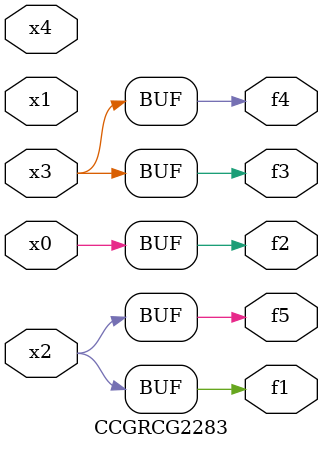
<source format=v>
module CCGRCG2283(
	input x0, x1, x2, x3, x4,
	output f1, f2, f3, f4, f5
);
	assign f1 = x2;
	assign f2 = x0;
	assign f3 = x3;
	assign f4 = x3;
	assign f5 = x2;
endmodule

</source>
